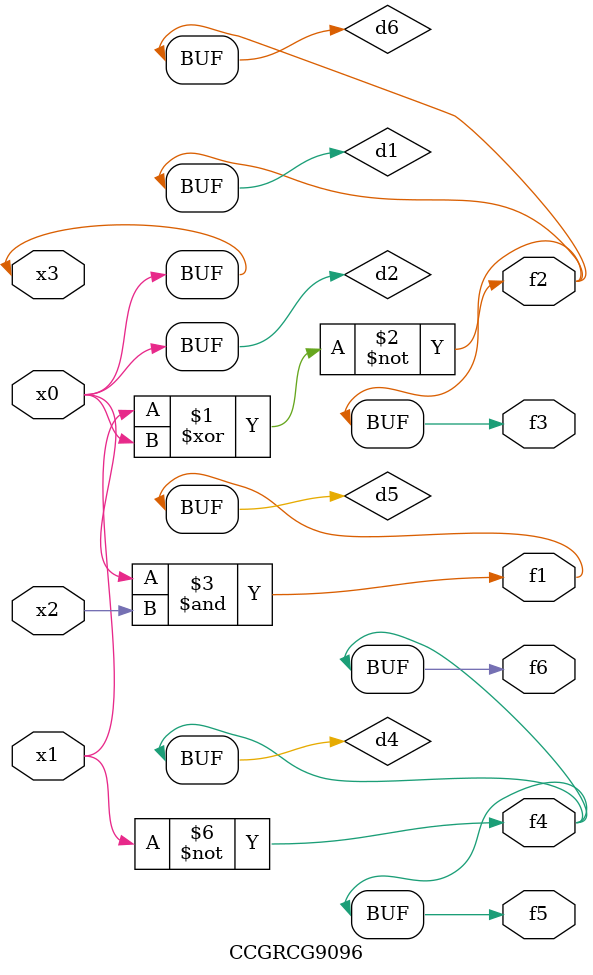
<source format=v>
module CCGRCG9096(
	input x0, x1, x2, x3,
	output f1, f2, f3, f4, f5, f6
);

	wire d1, d2, d3, d4, d5, d6;

	xnor (d1, x1, x3);
	buf (d2, x0, x3);
	nand (d3, x0, x2);
	not (d4, x1);
	nand (d5, d3);
	or (d6, d1);
	assign f1 = d5;
	assign f2 = d6;
	assign f3 = d6;
	assign f4 = d4;
	assign f5 = d4;
	assign f6 = d4;
endmodule

</source>
